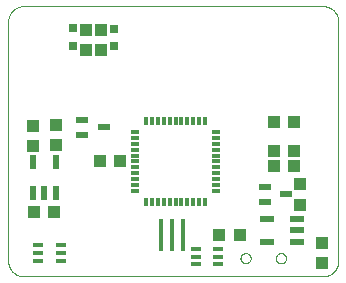
<source format=gtp>
G75*
%MOIN*%
%OFA0B0*%
%FSLAX25Y25*%
%IPPOS*%
%LPD*%
%AMOC8*
5,1,8,0,0,1.08239X$1,22.5*
%
%ADD10C,0.00000*%
%ADD11R,0.03937X0.04331*%
%ADD12R,0.03150X0.03150*%
%ADD13R,0.03937X0.01969*%
%ADD14R,0.02165X0.04724*%
%ADD15R,0.03740X0.01417*%
%ADD16R,0.04331X0.03937*%
%ADD17R,0.04724X0.02165*%
%ADD18R,0.03150X0.01181*%
%ADD19R,0.01181X0.03150*%
%ADD20R,0.01181X0.11000*%
D10*
X0016800Y0011800D02*
X0116800Y0011800D01*
X0116940Y0011802D01*
X0117080Y0011808D01*
X0117220Y0011818D01*
X0117360Y0011831D01*
X0117499Y0011849D01*
X0117638Y0011871D01*
X0117775Y0011896D01*
X0117913Y0011925D01*
X0118049Y0011958D01*
X0118184Y0011995D01*
X0118318Y0012036D01*
X0118451Y0012081D01*
X0118583Y0012129D01*
X0118713Y0012181D01*
X0118842Y0012236D01*
X0118969Y0012295D01*
X0119095Y0012358D01*
X0119219Y0012424D01*
X0119340Y0012493D01*
X0119460Y0012566D01*
X0119578Y0012643D01*
X0119693Y0012722D01*
X0119807Y0012805D01*
X0119917Y0012891D01*
X0120026Y0012980D01*
X0120132Y0013072D01*
X0120235Y0013167D01*
X0120336Y0013264D01*
X0120433Y0013365D01*
X0120528Y0013468D01*
X0120620Y0013574D01*
X0120709Y0013683D01*
X0120795Y0013793D01*
X0120878Y0013907D01*
X0120957Y0014022D01*
X0121034Y0014140D01*
X0121107Y0014260D01*
X0121176Y0014381D01*
X0121242Y0014505D01*
X0121305Y0014631D01*
X0121364Y0014758D01*
X0121419Y0014887D01*
X0121471Y0015017D01*
X0121519Y0015149D01*
X0121564Y0015282D01*
X0121605Y0015416D01*
X0121642Y0015551D01*
X0121675Y0015687D01*
X0121704Y0015825D01*
X0121729Y0015962D01*
X0121751Y0016101D01*
X0121769Y0016240D01*
X0121782Y0016380D01*
X0121792Y0016520D01*
X0121798Y0016660D01*
X0121800Y0016800D01*
X0121800Y0096800D01*
X0121798Y0096940D01*
X0121792Y0097080D01*
X0121782Y0097220D01*
X0121769Y0097360D01*
X0121751Y0097499D01*
X0121729Y0097638D01*
X0121704Y0097775D01*
X0121675Y0097913D01*
X0121642Y0098049D01*
X0121605Y0098184D01*
X0121564Y0098318D01*
X0121519Y0098451D01*
X0121471Y0098583D01*
X0121419Y0098713D01*
X0121364Y0098842D01*
X0121305Y0098969D01*
X0121242Y0099095D01*
X0121176Y0099219D01*
X0121107Y0099340D01*
X0121034Y0099460D01*
X0120957Y0099578D01*
X0120878Y0099693D01*
X0120795Y0099807D01*
X0120709Y0099917D01*
X0120620Y0100026D01*
X0120528Y0100132D01*
X0120433Y0100235D01*
X0120336Y0100336D01*
X0120235Y0100433D01*
X0120132Y0100528D01*
X0120026Y0100620D01*
X0119917Y0100709D01*
X0119807Y0100795D01*
X0119693Y0100878D01*
X0119578Y0100957D01*
X0119460Y0101034D01*
X0119340Y0101107D01*
X0119219Y0101176D01*
X0119095Y0101242D01*
X0118969Y0101305D01*
X0118842Y0101364D01*
X0118713Y0101419D01*
X0118583Y0101471D01*
X0118451Y0101519D01*
X0118318Y0101564D01*
X0118184Y0101605D01*
X0118049Y0101642D01*
X0117913Y0101675D01*
X0117775Y0101704D01*
X0117638Y0101729D01*
X0117499Y0101751D01*
X0117360Y0101769D01*
X0117220Y0101782D01*
X0117080Y0101792D01*
X0116940Y0101798D01*
X0116800Y0101800D01*
X0016800Y0101800D01*
X0016660Y0101798D01*
X0016520Y0101792D01*
X0016380Y0101782D01*
X0016240Y0101769D01*
X0016101Y0101751D01*
X0015962Y0101729D01*
X0015825Y0101704D01*
X0015687Y0101675D01*
X0015551Y0101642D01*
X0015416Y0101605D01*
X0015282Y0101564D01*
X0015149Y0101519D01*
X0015017Y0101471D01*
X0014887Y0101419D01*
X0014758Y0101364D01*
X0014631Y0101305D01*
X0014505Y0101242D01*
X0014381Y0101176D01*
X0014260Y0101107D01*
X0014140Y0101034D01*
X0014022Y0100957D01*
X0013907Y0100878D01*
X0013793Y0100795D01*
X0013683Y0100709D01*
X0013574Y0100620D01*
X0013468Y0100528D01*
X0013365Y0100433D01*
X0013264Y0100336D01*
X0013167Y0100235D01*
X0013072Y0100132D01*
X0012980Y0100026D01*
X0012891Y0099917D01*
X0012805Y0099807D01*
X0012722Y0099693D01*
X0012643Y0099578D01*
X0012566Y0099460D01*
X0012493Y0099340D01*
X0012424Y0099219D01*
X0012358Y0099095D01*
X0012295Y0098969D01*
X0012236Y0098842D01*
X0012181Y0098713D01*
X0012129Y0098583D01*
X0012081Y0098451D01*
X0012036Y0098318D01*
X0011995Y0098184D01*
X0011958Y0098049D01*
X0011925Y0097913D01*
X0011896Y0097775D01*
X0011871Y0097638D01*
X0011849Y0097499D01*
X0011831Y0097360D01*
X0011818Y0097220D01*
X0011808Y0097080D01*
X0011802Y0096940D01*
X0011800Y0096800D01*
X0011800Y0016800D01*
X0011802Y0016660D01*
X0011808Y0016520D01*
X0011818Y0016380D01*
X0011831Y0016240D01*
X0011849Y0016101D01*
X0011871Y0015962D01*
X0011896Y0015825D01*
X0011925Y0015687D01*
X0011958Y0015551D01*
X0011995Y0015416D01*
X0012036Y0015282D01*
X0012081Y0015149D01*
X0012129Y0015017D01*
X0012181Y0014887D01*
X0012236Y0014758D01*
X0012295Y0014631D01*
X0012358Y0014505D01*
X0012424Y0014381D01*
X0012493Y0014260D01*
X0012566Y0014140D01*
X0012643Y0014022D01*
X0012722Y0013907D01*
X0012805Y0013793D01*
X0012891Y0013683D01*
X0012980Y0013574D01*
X0013072Y0013468D01*
X0013167Y0013365D01*
X0013264Y0013264D01*
X0013365Y0013167D01*
X0013468Y0013072D01*
X0013574Y0012980D01*
X0013683Y0012891D01*
X0013793Y0012805D01*
X0013907Y0012722D01*
X0014022Y0012643D01*
X0014140Y0012566D01*
X0014260Y0012493D01*
X0014381Y0012424D01*
X0014505Y0012358D01*
X0014631Y0012295D01*
X0014758Y0012236D01*
X0014887Y0012181D01*
X0015017Y0012129D01*
X0015149Y0012081D01*
X0015282Y0012036D01*
X0015416Y0011995D01*
X0015551Y0011958D01*
X0015687Y0011925D01*
X0015825Y0011896D01*
X0015962Y0011871D01*
X0016101Y0011849D01*
X0016240Y0011831D01*
X0016380Y0011818D01*
X0016520Y0011808D01*
X0016660Y0011802D01*
X0016800Y0011800D01*
X0089200Y0017800D02*
X0089202Y0017882D01*
X0089208Y0017964D01*
X0089218Y0018046D01*
X0089232Y0018127D01*
X0089249Y0018207D01*
X0089271Y0018286D01*
X0089296Y0018364D01*
X0089326Y0018441D01*
X0089358Y0018516D01*
X0089395Y0018590D01*
X0089435Y0018662D01*
X0089478Y0018732D01*
X0089525Y0018799D01*
X0089575Y0018865D01*
X0089628Y0018927D01*
X0089683Y0018987D01*
X0089742Y0019045D01*
X0089804Y0019099D01*
X0089868Y0019151D01*
X0089934Y0019199D01*
X0090003Y0019244D01*
X0090074Y0019286D01*
X0090147Y0019324D01*
X0090221Y0019359D01*
X0090297Y0019390D01*
X0090375Y0019417D01*
X0090453Y0019440D01*
X0090533Y0019460D01*
X0090614Y0019476D01*
X0090695Y0019488D01*
X0090777Y0019496D01*
X0090859Y0019500D01*
X0090941Y0019500D01*
X0091023Y0019496D01*
X0091105Y0019488D01*
X0091186Y0019476D01*
X0091267Y0019460D01*
X0091347Y0019440D01*
X0091425Y0019417D01*
X0091503Y0019390D01*
X0091579Y0019359D01*
X0091653Y0019324D01*
X0091726Y0019286D01*
X0091797Y0019244D01*
X0091866Y0019199D01*
X0091932Y0019151D01*
X0091996Y0019099D01*
X0092058Y0019045D01*
X0092117Y0018987D01*
X0092172Y0018927D01*
X0092225Y0018865D01*
X0092275Y0018799D01*
X0092322Y0018732D01*
X0092365Y0018662D01*
X0092405Y0018590D01*
X0092442Y0018516D01*
X0092474Y0018441D01*
X0092504Y0018364D01*
X0092529Y0018286D01*
X0092551Y0018207D01*
X0092568Y0018127D01*
X0092582Y0018046D01*
X0092592Y0017964D01*
X0092598Y0017882D01*
X0092600Y0017800D01*
X0092598Y0017718D01*
X0092592Y0017636D01*
X0092582Y0017554D01*
X0092568Y0017473D01*
X0092551Y0017393D01*
X0092529Y0017314D01*
X0092504Y0017236D01*
X0092474Y0017159D01*
X0092442Y0017084D01*
X0092405Y0017010D01*
X0092365Y0016938D01*
X0092322Y0016868D01*
X0092275Y0016801D01*
X0092225Y0016735D01*
X0092172Y0016673D01*
X0092117Y0016613D01*
X0092058Y0016555D01*
X0091996Y0016501D01*
X0091932Y0016449D01*
X0091866Y0016401D01*
X0091797Y0016356D01*
X0091726Y0016314D01*
X0091653Y0016276D01*
X0091579Y0016241D01*
X0091503Y0016210D01*
X0091425Y0016183D01*
X0091347Y0016160D01*
X0091267Y0016140D01*
X0091186Y0016124D01*
X0091105Y0016112D01*
X0091023Y0016104D01*
X0090941Y0016100D01*
X0090859Y0016100D01*
X0090777Y0016104D01*
X0090695Y0016112D01*
X0090614Y0016124D01*
X0090533Y0016140D01*
X0090453Y0016160D01*
X0090375Y0016183D01*
X0090297Y0016210D01*
X0090221Y0016241D01*
X0090147Y0016276D01*
X0090074Y0016314D01*
X0090003Y0016356D01*
X0089934Y0016401D01*
X0089868Y0016449D01*
X0089804Y0016501D01*
X0089742Y0016555D01*
X0089683Y0016613D01*
X0089628Y0016673D01*
X0089575Y0016735D01*
X0089525Y0016801D01*
X0089478Y0016868D01*
X0089435Y0016938D01*
X0089395Y0017010D01*
X0089358Y0017084D01*
X0089326Y0017159D01*
X0089296Y0017236D01*
X0089271Y0017314D01*
X0089249Y0017393D01*
X0089232Y0017473D01*
X0089218Y0017554D01*
X0089208Y0017636D01*
X0089202Y0017718D01*
X0089200Y0017800D01*
X0101000Y0017800D02*
X0101002Y0017882D01*
X0101008Y0017964D01*
X0101018Y0018046D01*
X0101032Y0018127D01*
X0101049Y0018207D01*
X0101071Y0018286D01*
X0101096Y0018364D01*
X0101126Y0018441D01*
X0101158Y0018516D01*
X0101195Y0018590D01*
X0101235Y0018662D01*
X0101278Y0018732D01*
X0101325Y0018799D01*
X0101375Y0018865D01*
X0101428Y0018927D01*
X0101483Y0018987D01*
X0101542Y0019045D01*
X0101604Y0019099D01*
X0101668Y0019151D01*
X0101734Y0019199D01*
X0101803Y0019244D01*
X0101874Y0019286D01*
X0101947Y0019324D01*
X0102021Y0019359D01*
X0102097Y0019390D01*
X0102175Y0019417D01*
X0102253Y0019440D01*
X0102333Y0019460D01*
X0102414Y0019476D01*
X0102495Y0019488D01*
X0102577Y0019496D01*
X0102659Y0019500D01*
X0102741Y0019500D01*
X0102823Y0019496D01*
X0102905Y0019488D01*
X0102986Y0019476D01*
X0103067Y0019460D01*
X0103147Y0019440D01*
X0103225Y0019417D01*
X0103303Y0019390D01*
X0103379Y0019359D01*
X0103453Y0019324D01*
X0103526Y0019286D01*
X0103597Y0019244D01*
X0103666Y0019199D01*
X0103732Y0019151D01*
X0103796Y0019099D01*
X0103858Y0019045D01*
X0103917Y0018987D01*
X0103972Y0018927D01*
X0104025Y0018865D01*
X0104075Y0018799D01*
X0104122Y0018732D01*
X0104165Y0018662D01*
X0104205Y0018590D01*
X0104242Y0018516D01*
X0104274Y0018441D01*
X0104304Y0018364D01*
X0104329Y0018286D01*
X0104351Y0018207D01*
X0104368Y0018127D01*
X0104382Y0018046D01*
X0104392Y0017964D01*
X0104398Y0017882D01*
X0104400Y0017800D01*
X0104398Y0017718D01*
X0104392Y0017636D01*
X0104382Y0017554D01*
X0104368Y0017473D01*
X0104351Y0017393D01*
X0104329Y0017314D01*
X0104304Y0017236D01*
X0104274Y0017159D01*
X0104242Y0017084D01*
X0104205Y0017010D01*
X0104165Y0016938D01*
X0104122Y0016868D01*
X0104075Y0016801D01*
X0104025Y0016735D01*
X0103972Y0016673D01*
X0103917Y0016613D01*
X0103858Y0016555D01*
X0103796Y0016501D01*
X0103732Y0016449D01*
X0103666Y0016401D01*
X0103597Y0016356D01*
X0103526Y0016314D01*
X0103453Y0016276D01*
X0103379Y0016241D01*
X0103303Y0016210D01*
X0103225Y0016183D01*
X0103147Y0016160D01*
X0103067Y0016140D01*
X0102986Y0016124D01*
X0102905Y0016112D01*
X0102823Y0016104D01*
X0102741Y0016100D01*
X0102659Y0016100D01*
X0102577Y0016104D01*
X0102495Y0016112D01*
X0102414Y0016124D01*
X0102333Y0016140D01*
X0102253Y0016160D01*
X0102175Y0016183D01*
X0102097Y0016210D01*
X0102021Y0016241D01*
X0101947Y0016276D01*
X0101874Y0016314D01*
X0101803Y0016356D01*
X0101734Y0016401D01*
X0101668Y0016449D01*
X0101604Y0016501D01*
X0101542Y0016555D01*
X0101483Y0016613D01*
X0101428Y0016673D01*
X0101375Y0016735D01*
X0101325Y0016801D01*
X0101278Y0016868D01*
X0101235Y0016938D01*
X0101195Y0017010D01*
X0101158Y0017084D01*
X0101126Y0017159D01*
X0101096Y0017236D01*
X0101071Y0017314D01*
X0101049Y0017393D01*
X0101032Y0017473D01*
X0101018Y0017554D01*
X0101008Y0017636D01*
X0101002Y0017718D01*
X0101000Y0017800D01*
D11*
X0116489Y0016143D03*
X0116489Y0022836D03*
X0109050Y0035704D03*
X0109050Y0042396D03*
X0042700Y0087154D03*
X0037850Y0087154D03*
X0037850Y0093846D03*
X0042700Y0093846D03*
X0027550Y0062246D03*
X0020150Y0062046D03*
X0020150Y0055354D03*
X0027550Y0055554D03*
D12*
X0033400Y0088547D03*
X0033400Y0094453D03*
X0047100Y0094353D03*
X0047100Y0088447D03*
D13*
X0036507Y0064009D03*
X0036507Y0058891D03*
X0043593Y0061450D03*
X0097257Y0041609D03*
X0097257Y0036491D03*
X0104343Y0039050D03*
D14*
X0027590Y0039681D03*
X0023850Y0039681D03*
X0020110Y0039681D03*
X0020110Y0049919D03*
X0027590Y0049919D03*
D15*
X0029290Y0022109D03*
X0029290Y0019550D03*
X0029290Y0016991D03*
X0021810Y0016991D03*
X0021810Y0019550D03*
X0021810Y0022109D03*
X0074310Y0020859D03*
X0074310Y0018300D03*
X0074310Y0015741D03*
X0081790Y0015741D03*
X0081790Y0018300D03*
X0081790Y0020859D03*
D16*
X0082204Y0025400D03*
X0088896Y0025400D03*
X0100254Y0048700D03*
X0100254Y0053600D03*
X0106946Y0053600D03*
X0106946Y0048700D03*
X0106946Y0063200D03*
X0100254Y0063200D03*
X0049146Y0050050D03*
X0042454Y0050050D03*
X0027196Y0033200D03*
X0020504Y0033200D03*
D17*
X0097931Y0030790D03*
X0097931Y0023310D03*
X0108169Y0023310D03*
X0108169Y0027050D03*
X0108169Y0030790D03*
D18*
X0080936Y0040207D03*
X0080936Y0042176D03*
X0080936Y0044144D03*
X0080936Y0046113D03*
X0080936Y0048081D03*
X0080936Y0050050D03*
X0080936Y0052019D03*
X0080936Y0053987D03*
X0080936Y0055956D03*
X0080936Y0057924D03*
X0080936Y0059893D03*
X0054164Y0059893D03*
X0054164Y0057924D03*
X0054164Y0055956D03*
X0054164Y0053987D03*
X0054164Y0052019D03*
X0054164Y0050050D03*
X0054164Y0048081D03*
X0054164Y0046113D03*
X0054164Y0044144D03*
X0054164Y0042176D03*
X0054164Y0040207D03*
D19*
X0057707Y0036664D03*
X0059676Y0036664D03*
X0061644Y0036664D03*
X0063613Y0036664D03*
X0065581Y0036664D03*
X0067550Y0036664D03*
X0069519Y0036664D03*
X0071487Y0036664D03*
X0073456Y0036664D03*
X0075424Y0036664D03*
X0077393Y0036664D03*
X0077393Y0063436D03*
X0075424Y0063436D03*
X0073456Y0063436D03*
X0071487Y0063436D03*
X0069519Y0063436D03*
X0067550Y0063436D03*
X0065581Y0063436D03*
X0063613Y0063436D03*
X0061644Y0063436D03*
X0059676Y0063436D03*
X0057707Y0063436D03*
D20*
X0062560Y0025400D03*
X0066300Y0025400D03*
X0070040Y0025400D03*
M02*

</source>
